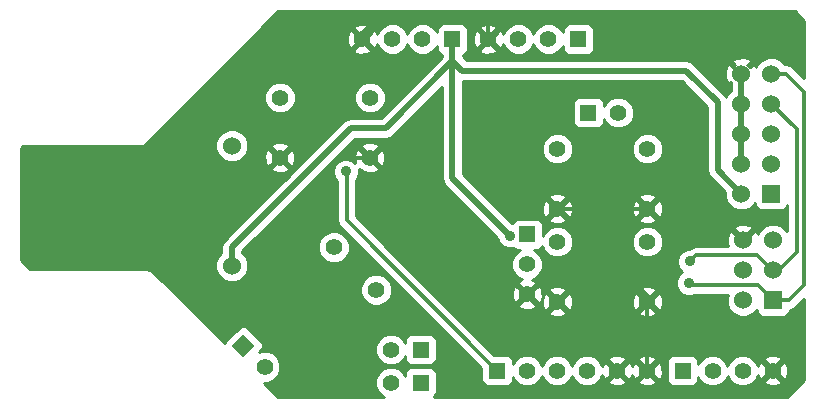
<source format=gbl>
G04 (created by PCBNEW-RS274X (2012-02-05 BZR 3258)-stable) date Пнд 26 Мар 2012 00:08:15*
G01*
G70*
G90*
%MOIN*%
G04 Gerber Fmt 3.4, Leading zero omitted, Abs format*
%FSLAX34Y34*%
G04 APERTURE LIST*
%ADD10C,0.006000*%
%ADD11C,0.055000*%
%ADD12R,0.055000X0.055000*%
%ADD13C,0.060000*%
%ADD14R,0.060000X0.060000*%
%ADD15C,0.056000*%
%ADD16C,0.035000*%
%ADD17C,0.011800*%
%ADD18C,0.019700*%
%ADD19C,0.010000*%
G04 APERTURE END LIST*
G54D10*
G54D11*
X79450Y-28000D03*
X79450Y-30000D03*
X76450Y-28000D03*
X76450Y-30000D03*
X79450Y-24900D03*
X79450Y-26900D03*
X76450Y-24900D03*
X76450Y-26900D03*
X67200Y-25200D03*
X67200Y-23200D03*
X70200Y-25200D03*
X70200Y-23200D03*
G54D12*
X74440Y-32300D03*
G54D11*
X75440Y-32300D03*
X76440Y-32300D03*
X77440Y-32300D03*
X78440Y-32300D03*
X79440Y-32300D03*
G54D12*
X72950Y-21250D03*
G54D11*
X71950Y-21250D03*
X70950Y-21250D03*
X69950Y-21250D03*
G54D12*
X80620Y-32300D03*
G54D11*
X81620Y-32300D03*
X82620Y-32300D03*
X83620Y-32300D03*
G54D12*
X71900Y-32700D03*
G54D11*
X70900Y-32700D03*
G54D12*
X77480Y-23700D03*
G54D11*
X78480Y-23700D03*
G54D12*
X71900Y-31600D03*
G54D11*
X70900Y-31600D03*
G54D13*
X65600Y-24800D03*
X65600Y-28800D03*
G54D14*
X83580Y-26400D03*
G54D13*
X82580Y-26400D03*
X83580Y-25400D03*
X82580Y-25400D03*
X83580Y-24400D03*
X82580Y-24400D03*
X83580Y-23400D03*
X82580Y-23400D03*
X83580Y-22400D03*
X82580Y-22400D03*
G54D14*
X83640Y-29960D03*
G54D13*
X82640Y-29960D03*
X83640Y-28960D03*
X82640Y-28960D03*
X83640Y-27960D03*
X82640Y-27960D03*
G54D15*
X70407Y-29607D03*
X68993Y-28193D03*
G54D12*
X75440Y-27760D03*
G54D11*
X75440Y-28760D03*
X75440Y-29760D03*
G54D12*
X77150Y-21250D03*
G54D11*
X76150Y-21250D03*
X75150Y-21250D03*
X74150Y-21250D03*
G54D10*
G36*
X65597Y-31466D02*
X65986Y-31077D01*
X66375Y-31466D01*
X65986Y-31855D01*
X65597Y-31466D01*
X65597Y-31466D01*
G37*
G54D11*
X66694Y-32174D03*
G54D16*
X80820Y-29380D03*
X80860Y-28660D03*
X74280Y-33080D03*
X69840Y-30500D03*
X67180Y-31160D03*
X69400Y-25660D03*
X74860Y-27800D03*
G54D17*
X80820Y-29380D02*
X80900Y-29460D01*
X84080Y-22400D02*
X84680Y-23000D01*
X84180Y-29960D02*
X83640Y-29960D01*
X83580Y-22400D02*
X84080Y-22400D01*
X83640Y-29960D02*
X83140Y-29460D01*
X84680Y-29460D02*
X84180Y-29960D01*
X80900Y-29460D02*
X83140Y-29460D01*
X84680Y-23000D02*
X84680Y-29460D01*
X83820Y-28960D02*
X84420Y-28360D01*
X84420Y-28360D02*
X84420Y-24240D01*
X80860Y-28660D02*
X81060Y-28460D01*
X83600Y-28960D02*
X83640Y-28960D01*
X83100Y-28460D02*
X83600Y-28960D01*
X84420Y-24240D02*
X83580Y-23400D01*
X83640Y-28960D02*
X83820Y-28960D01*
X81060Y-28460D02*
X83100Y-28460D01*
X73640Y-33080D02*
X74280Y-33080D01*
X73180Y-32620D02*
X73640Y-33080D01*
X79450Y-30000D02*
X79450Y-29790D01*
X72660Y-31040D02*
X73180Y-31560D01*
X73840Y-20500D02*
X74150Y-20810D01*
X70380Y-31040D02*
X72660Y-31040D01*
X78600Y-28940D02*
X78600Y-27750D01*
X78600Y-27750D02*
X79450Y-26900D01*
X79450Y-29790D02*
X78600Y-28940D01*
X73180Y-31560D02*
X73180Y-32620D01*
X76450Y-26900D02*
X79450Y-26900D01*
X69840Y-30500D02*
X70380Y-31040D01*
X69950Y-21250D02*
X69950Y-21050D01*
X70500Y-20500D02*
X73840Y-20500D01*
G54D18*
X67840Y-30500D02*
X69840Y-30500D01*
X67180Y-31160D02*
X67840Y-30500D01*
G54D17*
X79440Y-30010D02*
X79450Y-30000D01*
X69950Y-21050D02*
X70500Y-20500D01*
X68080Y-26360D02*
X68080Y-28740D01*
X70200Y-25200D02*
X69240Y-25200D01*
X74150Y-20810D02*
X74150Y-21250D01*
X68080Y-28740D02*
X69840Y-30500D01*
X69240Y-25200D02*
X68080Y-26360D01*
X79440Y-32300D02*
X79440Y-30010D01*
G54D18*
X82580Y-22400D02*
X82580Y-25400D01*
G54D17*
X69400Y-25660D02*
X69420Y-25680D01*
X69420Y-27280D02*
X74440Y-32300D01*
X69420Y-25680D02*
X69420Y-27280D01*
G54D18*
X80740Y-22300D02*
X81800Y-23360D01*
X73280Y-22300D02*
X80740Y-22300D01*
X81800Y-23360D02*
X81800Y-25620D01*
X81800Y-25620D02*
X82580Y-26400D01*
X74860Y-27800D02*
X72950Y-25890D01*
X72950Y-21250D02*
X72950Y-21970D01*
X72950Y-25890D02*
X72950Y-21250D01*
X69560Y-24220D02*
X70720Y-24220D01*
X72950Y-21990D02*
X72950Y-21250D01*
X65600Y-28800D02*
X65600Y-28180D01*
X65600Y-28180D02*
X69560Y-24220D01*
X70720Y-24220D02*
X72950Y-21990D01*
X72950Y-21970D02*
X73280Y-22300D01*
G54D10*
G36*
X84675Y-32615D02*
X84139Y-33151D01*
X84139Y-32374D01*
X84128Y-32170D01*
X84072Y-32033D01*
X83981Y-32010D01*
X83910Y-32081D01*
X83910Y-31939D01*
X83887Y-31848D01*
X83694Y-31781D01*
X83490Y-31792D01*
X83353Y-31848D01*
X83330Y-31939D01*
X83620Y-32229D01*
X83910Y-31939D01*
X83910Y-32081D01*
X83691Y-32300D01*
X83981Y-32590D01*
X84072Y-32567D01*
X84139Y-32374D01*
X84139Y-33151D01*
X84115Y-33175D01*
X83910Y-33175D01*
X83910Y-32661D01*
X83620Y-32371D01*
X83549Y-32442D01*
X83549Y-32300D01*
X83259Y-32010D01*
X83168Y-32033D01*
X83126Y-32151D01*
X83065Y-32003D01*
X82918Y-31855D01*
X82725Y-31775D01*
X82516Y-31775D01*
X82323Y-31855D01*
X82175Y-32002D01*
X82119Y-32135D01*
X82065Y-32003D01*
X81918Y-31855D01*
X81725Y-31775D01*
X81516Y-31775D01*
X81323Y-31855D01*
X81175Y-32002D01*
X81144Y-32076D01*
X81144Y-31976D01*
X81106Y-31884D01*
X81036Y-31814D01*
X80945Y-31776D01*
X80846Y-31776D01*
X80296Y-31776D01*
X80204Y-31814D01*
X80134Y-31884D01*
X80096Y-31975D01*
X80096Y-32074D01*
X80096Y-32624D01*
X80134Y-32716D01*
X80204Y-32786D01*
X80295Y-32824D01*
X80394Y-32824D01*
X80944Y-32824D01*
X81036Y-32786D01*
X81106Y-32716D01*
X81144Y-32625D01*
X81144Y-32526D01*
X81144Y-32522D01*
X81175Y-32597D01*
X81322Y-32745D01*
X81515Y-32825D01*
X81724Y-32825D01*
X81917Y-32745D01*
X82065Y-32598D01*
X82120Y-32464D01*
X82175Y-32597D01*
X82322Y-32745D01*
X82515Y-32825D01*
X82724Y-32825D01*
X82917Y-32745D01*
X83065Y-32598D01*
X83123Y-32457D01*
X83168Y-32567D01*
X83259Y-32590D01*
X83549Y-32300D01*
X83549Y-32442D01*
X83330Y-32661D01*
X83353Y-32752D01*
X83546Y-32819D01*
X83750Y-32808D01*
X83887Y-32752D01*
X83910Y-32661D01*
X83910Y-33175D01*
X79975Y-33175D01*
X79975Y-28105D01*
X79975Y-27896D01*
X79975Y-25005D01*
X79975Y-24796D01*
X79895Y-24603D01*
X79748Y-24455D01*
X79555Y-24375D01*
X79346Y-24375D01*
X79153Y-24455D01*
X79005Y-24602D01*
X79005Y-23805D01*
X79005Y-23596D01*
X78925Y-23403D01*
X78778Y-23255D01*
X78585Y-23175D01*
X78376Y-23175D01*
X78183Y-23255D01*
X78035Y-23402D01*
X78004Y-23476D01*
X78004Y-23376D01*
X77966Y-23284D01*
X77896Y-23214D01*
X77805Y-23176D01*
X77706Y-23176D01*
X77156Y-23176D01*
X77064Y-23214D01*
X76994Y-23284D01*
X76956Y-23375D01*
X76956Y-23474D01*
X76956Y-24024D01*
X76994Y-24116D01*
X77064Y-24186D01*
X77155Y-24224D01*
X77254Y-24224D01*
X77804Y-24224D01*
X77896Y-24186D01*
X77966Y-24116D01*
X78004Y-24025D01*
X78004Y-23926D01*
X78004Y-23922D01*
X78035Y-23997D01*
X78182Y-24145D01*
X78375Y-24225D01*
X78584Y-24225D01*
X78777Y-24145D01*
X78925Y-23998D01*
X79005Y-23805D01*
X79005Y-24602D01*
X78925Y-24795D01*
X78925Y-25004D01*
X79005Y-25197D01*
X79152Y-25345D01*
X79345Y-25425D01*
X79554Y-25425D01*
X79747Y-25345D01*
X79895Y-25198D01*
X79975Y-25005D01*
X79975Y-27896D01*
X79969Y-27881D01*
X79969Y-26974D01*
X79958Y-26770D01*
X79902Y-26633D01*
X79811Y-26610D01*
X79740Y-26681D01*
X79740Y-26539D01*
X79717Y-26448D01*
X79524Y-26381D01*
X79320Y-26392D01*
X79183Y-26448D01*
X79160Y-26539D01*
X79450Y-26829D01*
X79740Y-26539D01*
X79740Y-26681D01*
X79521Y-26900D01*
X79811Y-27190D01*
X79902Y-27167D01*
X79969Y-26974D01*
X79969Y-27881D01*
X79895Y-27703D01*
X79748Y-27555D01*
X79740Y-27551D01*
X79740Y-27261D01*
X79450Y-26971D01*
X79379Y-27042D01*
X79379Y-26900D01*
X79089Y-26610D01*
X78998Y-26633D01*
X78931Y-26826D01*
X78942Y-27030D01*
X78998Y-27167D01*
X79089Y-27190D01*
X79379Y-26900D01*
X79379Y-27042D01*
X79160Y-27261D01*
X79183Y-27352D01*
X79376Y-27419D01*
X79580Y-27408D01*
X79717Y-27352D01*
X79740Y-27261D01*
X79740Y-27551D01*
X79555Y-27475D01*
X79346Y-27475D01*
X79153Y-27555D01*
X79005Y-27702D01*
X78925Y-27895D01*
X78925Y-28104D01*
X79005Y-28297D01*
X79152Y-28445D01*
X79345Y-28525D01*
X79554Y-28525D01*
X79747Y-28445D01*
X79895Y-28298D01*
X79975Y-28105D01*
X79975Y-33175D01*
X79969Y-33175D01*
X79969Y-30074D01*
X79958Y-29870D01*
X79902Y-29733D01*
X79811Y-29710D01*
X79740Y-29781D01*
X79740Y-29639D01*
X79717Y-29548D01*
X79524Y-29481D01*
X79320Y-29492D01*
X79183Y-29548D01*
X79160Y-29639D01*
X79450Y-29929D01*
X79740Y-29639D01*
X79740Y-29781D01*
X79521Y-30000D01*
X79811Y-30290D01*
X79902Y-30267D01*
X79969Y-30074D01*
X79969Y-33175D01*
X79959Y-33175D01*
X79959Y-32374D01*
X79948Y-32170D01*
X79892Y-32033D01*
X79801Y-32010D01*
X79740Y-32071D01*
X79740Y-30361D01*
X79450Y-30071D01*
X79379Y-30142D01*
X79379Y-30000D01*
X79089Y-29710D01*
X78998Y-29733D01*
X78931Y-29926D01*
X78942Y-30130D01*
X78998Y-30267D01*
X79089Y-30290D01*
X79379Y-30000D01*
X79379Y-30142D01*
X79160Y-30361D01*
X79183Y-30452D01*
X79376Y-30519D01*
X79580Y-30508D01*
X79717Y-30452D01*
X79740Y-30361D01*
X79740Y-32071D01*
X79730Y-32081D01*
X79730Y-31939D01*
X79707Y-31848D01*
X79514Y-31781D01*
X79310Y-31792D01*
X79173Y-31848D01*
X79150Y-31939D01*
X79440Y-32229D01*
X79730Y-31939D01*
X79730Y-32081D01*
X79511Y-32300D01*
X79801Y-32590D01*
X79892Y-32567D01*
X79959Y-32374D01*
X79959Y-33175D01*
X79730Y-33175D01*
X79730Y-32661D01*
X79440Y-32371D01*
X79369Y-32442D01*
X79369Y-32300D01*
X79079Y-32010D01*
X78988Y-32033D01*
X78943Y-32159D01*
X78892Y-32033D01*
X78801Y-32010D01*
X78730Y-32081D01*
X78730Y-31939D01*
X78707Y-31848D01*
X78514Y-31781D01*
X78310Y-31792D01*
X78173Y-31848D01*
X78150Y-31939D01*
X78440Y-32229D01*
X78730Y-31939D01*
X78730Y-32081D01*
X78511Y-32300D01*
X78801Y-32590D01*
X78892Y-32567D01*
X78936Y-32440D01*
X78988Y-32567D01*
X79079Y-32590D01*
X79369Y-32300D01*
X79369Y-32442D01*
X79150Y-32661D01*
X79173Y-32752D01*
X79366Y-32819D01*
X79570Y-32808D01*
X79707Y-32752D01*
X79730Y-32661D01*
X79730Y-33175D01*
X78730Y-33175D01*
X78730Y-32661D01*
X78440Y-32371D01*
X78369Y-32442D01*
X78369Y-32300D01*
X78079Y-32010D01*
X77988Y-32033D01*
X77946Y-32151D01*
X77885Y-32003D01*
X77738Y-31855D01*
X77545Y-31775D01*
X77336Y-31775D01*
X77143Y-31855D01*
X76995Y-32002D01*
X76969Y-32063D01*
X76969Y-30074D01*
X76958Y-29870D01*
X76902Y-29733D01*
X76811Y-29710D01*
X76740Y-29781D01*
X76740Y-29639D01*
X76717Y-29548D01*
X76524Y-29481D01*
X76320Y-29492D01*
X76183Y-29548D01*
X76160Y-29639D01*
X76450Y-29929D01*
X76740Y-29639D01*
X76740Y-29781D01*
X76521Y-30000D01*
X76811Y-30290D01*
X76902Y-30267D01*
X76969Y-30074D01*
X76969Y-32063D01*
X76939Y-32135D01*
X76885Y-32003D01*
X76740Y-31857D01*
X76740Y-30361D01*
X76450Y-30071D01*
X76379Y-30142D01*
X76379Y-30000D01*
X76089Y-29710D01*
X75998Y-29733D01*
X75959Y-29845D01*
X75959Y-29834D01*
X75948Y-29630D01*
X75892Y-29493D01*
X75801Y-29470D01*
X75511Y-29760D01*
X75801Y-30050D01*
X75892Y-30027D01*
X75959Y-29834D01*
X75959Y-29845D01*
X75931Y-29926D01*
X75942Y-30130D01*
X75998Y-30267D01*
X76089Y-30290D01*
X76379Y-30000D01*
X76379Y-30142D01*
X76160Y-30361D01*
X76183Y-30452D01*
X76376Y-30519D01*
X76580Y-30508D01*
X76717Y-30452D01*
X76740Y-30361D01*
X76740Y-31857D01*
X76738Y-31855D01*
X76545Y-31775D01*
X76336Y-31775D01*
X76143Y-31855D01*
X75995Y-32002D01*
X75939Y-32135D01*
X75885Y-32003D01*
X75738Y-31855D01*
X75730Y-31851D01*
X75730Y-30121D01*
X75440Y-29831D01*
X75369Y-29902D01*
X75369Y-29760D01*
X75079Y-29470D01*
X74988Y-29493D01*
X74921Y-29686D01*
X74932Y-29890D01*
X74988Y-30027D01*
X75079Y-30050D01*
X75369Y-29760D01*
X75369Y-29902D01*
X75150Y-30121D01*
X75173Y-30212D01*
X75366Y-30279D01*
X75570Y-30268D01*
X75707Y-30212D01*
X75730Y-30121D01*
X75730Y-31851D01*
X75545Y-31775D01*
X75336Y-31775D01*
X75143Y-31855D01*
X74995Y-32002D01*
X74964Y-32076D01*
X74964Y-31976D01*
X74926Y-31884D01*
X74856Y-31814D01*
X74765Y-31776D01*
X74666Y-31776D01*
X74352Y-31776D01*
X70719Y-28142D01*
X70719Y-25274D01*
X70708Y-25070D01*
X70652Y-24933D01*
X70561Y-24910D01*
X70490Y-24981D01*
X70490Y-24839D01*
X70467Y-24748D01*
X70274Y-24681D01*
X70070Y-24692D01*
X69933Y-24748D01*
X69910Y-24839D01*
X70200Y-25129D01*
X70490Y-24839D01*
X70490Y-24981D01*
X70271Y-25200D01*
X70561Y-25490D01*
X70652Y-25467D01*
X70719Y-25274D01*
X70719Y-28142D01*
X70490Y-27913D01*
X69729Y-27152D01*
X69729Y-25932D01*
X69760Y-25901D01*
X69825Y-25745D01*
X69825Y-25580D01*
X69893Y-25648D01*
X69924Y-25616D01*
X69933Y-25652D01*
X70126Y-25719D01*
X70330Y-25708D01*
X70467Y-25652D01*
X70490Y-25561D01*
X70235Y-25306D01*
X70200Y-25271D01*
X70129Y-25200D01*
X70094Y-25165D01*
X69839Y-24910D01*
X69748Y-24933D01*
X69681Y-25126D01*
X69692Y-25330D01*
X69706Y-25365D01*
X69641Y-25300D01*
X69485Y-25235D01*
X69316Y-25235D01*
X69160Y-25299D01*
X69040Y-25419D01*
X68975Y-25575D01*
X68975Y-25744D01*
X69039Y-25900D01*
X69111Y-25972D01*
X69111Y-27280D01*
X69135Y-27398D01*
X69202Y-27498D01*
X73916Y-32212D01*
X73916Y-32624D01*
X73954Y-32716D01*
X74024Y-32786D01*
X74115Y-32824D01*
X74214Y-32824D01*
X74764Y-32824D01*
X74856Y-32786D01*
X74926Y-32716D01*
X74964Y-32625D01*
X74964Y-32526D01*
X74964Y-32522D01*
X74995Y-32597D01*
X75142Y-32745D01*
X75335Y-32825D01*
X75544Y-32825D01*
X75737Y-32745D01*
X75885Y-32598D01*
X75940Y-32464D01*
X75995Y-32597D01*
X76142Y-32745D01*
X76335Y-32825D01*
X76544Y-32825D01*
X76737Y-32745D01*
X76885Y-32598D01*
X76940Y-32464D01*
X76995Y-32597D01*
X77142Y-32745D01*
X77335Y-32825D01*
X77544Y-32825D01*
X77737Y-32745D01*
X77885Y-32598D01*
X77943Y-32457D01*
X77988Y-32567D01*
X78079Y-32590D01*
X78369Y-32300D01*
X78369Y-32442D01*
X78150Y-32661D01*
X78173Y-32752D01*
X78366Y-32819D01*
X78570Y-32808D01*
X78707Y-32752D01*
X78730Y-32661D01*
X78730Y-33175D01*
X72327Y-33175D01*
X72386Y-33116D01*
X72424Y-33025D01*
X72424Y-32926D01*
X72424Y-32376D01*
X72424Y-31925D01*
X72424Y-31826D01*
X72424Y-31276D01*
X72386Y-31184D01*
X72316Y-31114D01*
X72225Y-31076D01*
X72126Y-31076D01*
X71576Y-31076D01*
X71484Y-31114D01*
X71414Y-31184D01*
X71376Y-31275D01*
X71376Y-31374D01*
X71376Y-31377D01*
X71345Y-31303D01*
X71198Y-31155D01*
X71005Y-31075D01*
X70937Y-31075D01*
X70937Y-29713D01*
X70937Y-29502D01*
X70856Y-29307D01*
X70708Y-29158D01*
X70513Y-29077D01*
X70302Y-29077D01*
X70107Y-29158D01*
X69958Y-29306D01*
X69877Y-29501D01*
X69877Y-29712D01*
X69958Y-29907D01*
X70106Y-30056D01*
X70301Y-30137D01*
X70512Y-30137D01*
X70707Y-30056D01*
X70856Y-29908D01*
X70937Y-29713D01*
X70937Y-31075D01*
X70796Y-31075D01*
X70603Y-31155D01*
X70455Y-31302D01*
X70375Y-31495D01*
X70375Y-31704D01*
X70455Y-31897D01*
X70602Y-32045D01*
X70795Y-32125D01*
X71004Y-32125D01*
X71197Y-32045D01*
X71345Y-31898D01*
X71376Y-31823D01*
X71376Y-31924D01*
X71414Y-32016D01*
X71484Y-32086D01*
X71575Y-32124D01*
X71674Y-32124D01*
X72224Y-32124D01*
X72316Y-32086D01*
X72386Y-32016D01*
X72424Y-31925D01*
X72424Y-32376D01*
X72386Y-32284D01*
X72316Y-32214D01*
X72225Y-32176D01*
X72126Y-32176D01*
X71576Y-32176D01*
X71484Y-32214D01*
X71414Y-32284D01*
X71376Y-32375D01*
X71376Y-32474D01*
X71376Y-32477D01*
X71345Y-32403D01*
X71198Y-32255D01*
X71005Y-32175D01*
X70796Y-32175D01*
X70603Y-32255D01*
X70455Y-32402D01*
X70375Y-32595D01*
X70375Y-32804D01*
X70455Y-32997D01*
X70602Y-33145D01*
X70674Y-33175D01*
X69523Y-33175D01*
X69523Y-28299D01*
X69523Y-28088D01*
X69442Y-27893D01*
X69294Y-27744D01*
X69099Y-27663D01*
X68888Y-27663D01*
X68693Y-27744D01*
X68544Y-27892D01*
X68463Y-28087D01*
X68463Y-28298D01*
X68544Y-28493D01*
X68692Y-28642D01*
X68887Y-28723D01*
X69098Y-28723D01*
X69293Y-28642D01*
X69442Y-28494D01*
X69523Y-28299D01*
X69523Y-33175D01*
X67135Y-33175D01*
X66659Y-32699D01*
X66798Y-32699D01*
X66991Y-32619D01*
X67139Y-32472D01*
X67219Y-32279D01*
X67219Y-32070D01*
X67139Y-31877D01*
X66992Y-31729D01*
X66799Y-31649D01*
X66590Y-31649D01*
X66511Y-31681D01*
X66586Y-31607D01*
X66624Y-31515D01*
X66624Y-31417D01*
X66586Y-31325D01*
X66516Y-31255D01*
X66127Y-30866D01*
X66035Y-30828D01*
X65937Y-30828D01*
X65845Y-30866D01*
X65775Y-30936D01*
X65386Y-31325D01*
X65356Y-31396D01*
X62980Y-29020D01*
X62874Y-28950D01*
X62750Y-28925D01*
X58884Y-28925D01*
X58730Y-28770D01*
X58727Y-28768D01*
X58575Y-28615D01*
X58575Y-24884D01*
X58634Y-24825D01*
X62500Y-24825D01*
X62624Y-24800D01*
X62730Y-24730D01*
X67134Y-20325D01*
X84365Y-20325D01*
X84675Y-20635D01*
X84675Y-22558D01*
X84298Y-22182D01*
X84198Y-22115D01*
X84080Y-22091D01*
X84045Y-22091D01*
X84045Y-22089D01*
X83891Y-21935D01*
X83689Y-21851D01*
X83471Y-21851D01*
X83269Y-21935D01*
X83115Y-22089D01*
X83077Y-22180D01*
X83052Y-22119D01*
X82958Y-22092D01*
X82854Y-22196D01*
X82826Y-22154D01*
X82783Y-22125D01*
X82888Y-22022D01*
X82861Y-21928D01*
X82659Y-21857D01*
X82446Y-21868D01*
X82299Y-21928D01*
X82272Y-22022D01*
X82376Y-22125D01*
X82334Y-22154D01*
X82305Y-22196D01*
X82202Y-22092D01*
X82108Y-22119D01*
X82037Y-22321D01*
X82048Y-22534D01*
X82108Y-22681D01*
X82202Y-22708D01*
X82232Y-22677D01*
X82232Y-22972D01*
X82115Y-23089D01*
X82082Y-23167D01*
X82046Y-23114D01*
X80986Y-22054D01*
X80874Y-21978D01*
X80740Y-21952D01*
X77674Y-21952D01*
X77674Y-21575D01*
X77674Y-21476D01*
X77674Y-20926D01*
X77636Y-20834D01*
X77566Y-20764D01*
X77475Y-20726D01*
X77376Y-20726D01*
X76826Y-20726D01*
X76734Y-20764D01*
X76664Y-20834D01*
X76626Y-20925D01*
X76626Y-21024D01*
X76626Y-21027D01*
X76595Y-20953D01*
X76448Y-20805D01*
X76255Y-20725D01*
X76046Y-20725D01*
X75853Y-20805D01*
X75705Y-20952D01*
X75649Y-21085D01*
X75595Y-20953D01*
X75448Y-20805D01*
X75255Y-20725D01*
X75046Y-20725D01*
X74853Y-20805D01*
X74705Y-20952D01*
X74646Y-21092D01*
X74602Y-20983D01*
X74511Y-20960D01*
X74440Y-21031D01*
X74440Y-20889D01*
X74417Y-20798D01*
X74224Y-20731D01*
X74020Y-20742D01*
X73883Y-20798D01*
X73860Y-20889D01*
X74150Y-21179D01*
X74440Y-20889D01*
X74440Y-21031D01*
X74221Y-21250D01*
X74511Y-21540D01*
X74602Y-21517D01*
X74643Y-21398D01*
X74705Y-21547D01*
X74852Y-21695D01*
X75045Y-21775D01*
X75254Y-21775D01*
X75447Y-21695D01*
X75595Y-21548D01*
X75650Y-21414D01*
X75705Y-21547D01*
X75852Y-21695D01*
X76045Y-21775D01*
X76254Y-21775D01*
X76447Y-21695D01*
X76595Y-21548D01*
X76626Y-21473D01*
X76626Y-21574D01*
X76664Y-21666D01*
X76734Y-21736D01*
X76825Y-21774D01*
X76924Y-21774D01*
X77474Y-21774D01*
X77566Y-21736D01*
X77636Y-21666D01*
X77674Y-21575D01*
X77674Y-21952D01*
X74440Y-21952D01*
X74440Y-21611D01*
X74150Y-21321D01*
X74079Y-21392D01*
X74079Y-21250D01*
X73789Y-20960D01*
X73698Y-20983D01*
X73631Y-21176D01*
X73642Y-21380D01*
X73698Y-21517D01*
X73789Y-21540D01*
X74079Y-21250D01*
X74079Y-21392D01*
X73860Y-21611D01*
X73883Y-21702D01*
X74076Y-21769D01*
X74280Y-21758D01*
X74417Y-21702D01*
X74440Y-21611D01*
X74440Y-21952D01*
X73424Y-21952D01*
X73298Y-21825D01*
X73298Y-21764D01*
X73366Y-21736D01*
X73436Y-21666D01*
X73474Y-21575D01*
X73474Y-21476D01*
X73474Y-20926D01*
X73436Y-20834D01*
X73366Y-20764D01*
X73275Y-20726D01*
X73176Y-20726D01*
X72626Y-20726D01*
X72534Y-20764D01*
X72464Y-20834D01*
X72426Y-20925D01*
X72426Y-21024D01*
X72426Y-21027D01*
X72395Y-20953D01*
X72248Y-20805D01*
X72055Y-20725D01*
X71846Y-20725D01*
X71653Y-20805D01*
X71505Y-20952D01*
X71449Y-21085D01*
X71395Y-20953D01*
X71248Y-20805D01*
X71055Y-20725D01*
X70846Y-20725D01*
X70653Y-20805D01*
X70505Y-20952D01*
X70446Y-21092D01*
X70402Y-20983D01*
X70311Y-20960D01*
X70240Y-21031D01*
X70240Y-20889D01*
X70217Y-20798D01*
X70024Y-20731D01*
X69820Y-20742D01*
X69683Y-20798D01*
X69660Y-20889D01*
X69950Y-21179D01*
X70240Y-20889D01*
X70240Y-21031D01*
X70021Y-21250D01*
X70311Y-21540D01*
X70402Y-21517D01*
X70443Y-21398D01*
X70505Y-21547D01*
X70652Y-21695D01*
X70845Y-21775D01*
X71054Y-21775D01*
X71247Y-21695D01*
X71395Y-21548D01*
X71450Y-21414D01*
X71505Y-21547D01*
X71652Y-21695D01*
X71845Y-21775D01*
X72054Y-21775D01*
X72247Y-21695D01*
X72395Y-21548D01*
X72426Y-21473D01*
X72426Y-21574D01*
X72464Y-21666D01*
X72534Y-21736D01*
X72602Y-21764D01*
X72602Y-21845D01*
X70725Y-23722D01*
X70725Y-23305D01*
X70725Y-23096D01*
X70645Y-22903D01*
X70498Y-22755D01*
X70305Y-22675D01*
X70240Y-22675D01*
X70240Y-21611D01*
X69950Y-21321D01*
X69879Y-21392D01*
X69879Y-21250D01*
X69589Y-20960D01*
X69498Y-20983D01*
X69431Y-21176D01*
X69442Y-21380D01*
X69498Y-21517D01*
X69589Y-21540D01*
X69879Y-21250D01*
X69879Y-21392D01*
X69660Y-21611D01*
X69683Y-21702D01*
X69876Y-21769D01*
X70080Y-21758D01*
X70217Y-21702D01*
X70240Y-21611D01*
X70240Y-22675D01*
X70096Y-22675D01*
X69903Y-22755D01*
X69755Y-22902D01*
X69675Y-23095D01*
X69675Y-23304D01*
X69755Y-23497D01*
X69902Y-23645D01*
X70095Y-23725D01*
X70304Y-23725D01*
X70497Y-23645D01*
X70645Y-23498D01*
X70725Y-23305D01*
X70725Y-23722D01*
X70575Y-23872D01*
X69560Y-23872D01*
X69426Y-23898D01*
X69314Y-23974D01*
X67725Y-25563D01*
X67725Y-23305D01*
X67725Y-23096D01*
X67645Y-22903D01*
X67498Y-22755D01*
X67305Y-22675D01*
X67096Y-22675D01*
X66903Y-22755D01*
X66755Y-22902D01*
X66675Y-23095D01*
X66675Y-23304D01*
X66755Y-23497D01*
X66902Y-23645D01*
X67095Y-23725D01*
X67304Y-23725D01*
X67497Y-23645D01*
X67645Y-23498D01*
X67725Y-23305D01*
X67725Y-25563D01*
X67719Y-25569D01*
X67719Y-25274D01*
X67708Y-25070D01*
X67652Y-24933D01*
X67561Y-24910D01*
X67490Y-24981D01*
X67490Y-24839D01*
X67467Y-24748D01*
X67274Y-24681D01*
X67070Y-24692D01*
X66933Y-24748D01*
X66910Y-24839D01*
X67200Y-25129D01*
X67490Y-24839D01*
X67490Y-24981D01*
X67271Y-25200D01*
X67561Y-25490D01*
X67652Y-25467D01*
X67719Y-25274D01*
X67719Y-25569D01*
X67490Y-25798D01*
X67490Y-25561D01*
X67200Y-25271D01*
X67129Y-25342D01*
X67129Y-25200D01*
X66839Y-24910D01*
X66748Y-24933D01*
X66681Y-25126D01*
X66692Y-25330D01*
X66748Y-25467D01*
X66839Y-25490D01*
X67129Y-25200D01*
X67129Y-25342D01*
X66910Y-25561D01*
X66933Y-25652D01*
X67126Y-25719D01*
X67330Y-25708D01*
X67467Y-25652D01*
X67490Y-25561D01*
X67490Y-25798D01*
X66149Y-27139D01*
X66149Y-24909D01*
X66149Y-24691D01*
X66065Y-24489D01*
X65911Y-24335D01*
X65709Y-24251D01*
X65491Y-24251D01*
X65289Y-24335D01*
X65135Y-24489D01*
X65051Y-24691D01*
X65051Y-24909D01*
X65135Y-25111D01*
X65289Y-25265D01*
X65491Y-25349D01*
X65709Y-25349D01*
X65911Y-25265D01*
X66065Y-25111D01*
X66149Y-24909D01*
X66149Y-27139D01*
X65354Y-27934D01*
X65278Y-28046D01*
X65252Y-28180D01*
X65252Y-28372D01*
X65135Y-28489D01*
X65051Y-28691D01*
X65051Y-28909D01*
X65135Y-29111D01*
X65289Y-29265D01*
X65491Y-29349D01*
X65709Y-29349D01*
X65911Y-29265D01*
X66065Y-29111D01*
X66149Y-28909D01*
X66149Y-28691D01*
X66065Y-28489D01*
X65948Y-28372D01*
X65948Y-28324D01*
X69704Y-24568D01*
X70720Y-24568D01*
X70853Y-24542D01*
X70854Y-24542D01*
X70966Y-24466D01*
X72602Y-22830D01*
X72602Y-25890D01*
X72628Y-26024D01*
X72704Y-26136D01*
X74435Y-27867D01*
X74435Y-27884D01*
X74499Y-28040D01*
X74619Y-28160D01*
X74775Y-28225D01*
X74944Y-28225D01*
X74985Y-28207D01*
X75024Y-28246D01*
X75115Y-28284D01*
X75214Y-28284D01*
X75143Y-28315D01*
X74995Y-28462D01*
X74915Y-28655D01*
X74915Y-28864D01*
X74995Y-29057D01*
X75142Y-29205D01*
X75282Y-29263D01*
X75173Y-29308D01*
X75150Y-29399D01*
X75440Y-29689D01*
X75730Y-29399D01*
X75707Y-29308D01*
X75588Y-29266D01*
X75737Y-29205D01*
X75885Y-29058D01*
X75965Y-28865D01*
X75965Y-28656D01*
X75885Y-28463D01*
X75738Y-28315D01*
X75663Y-28284D01*
X75764Y-28284D01*
X75856Y-28246D01*
X75926Y-28176D01*
X75940Y-28141D01*
X76005Y-28297D01*
X76152Y-28445D01*
X76345Y-28525D01*
X76554Y-28525D01*
X76747Y-28445D01*
X76895Y-28298D01*
X76975Y-28105D01*
X76975Y-27896D01*
X76975Y-25005D01*
X76975Y-24796D01*
X76895Y-24603D01*
X76748Y-24455D01*
X76555Y-24375D01*
X76346Y-24375D01*
X76153Y-24455D01*
X76005Y-24602D01*
X75925Y-24795D01*
X75925Y-25004D01*
X76005Y-25197D01*
X76152Y-25345D01*
X76345Y-25425D01*
X76554Y-25425D01*
X76747Y-25345D01*
X76895Y-25198D01*
X76975Y-25005D01*
X76975Y-27896D01*
X76969Y-27881D01*
X76969Y-26974D01*
X76958Y-26770D01*
X76902Y-26633D01*
X76811Y-26610D01*
X76740Y-26681D01*
X76740Y-26539D01*
X76717Y-26448D01*
X76524Y-26381D01*
X76320Y-26392D01*
X76183Y-26448D01*
X76160Y-26539D01*
X76450Y-26829D01*
X76740Y-26539D01*
X76740Y-26681D01*
X76521Y-26900D01*
X76811Y-27190D01*
X76902Y-27167D01*
X76969Y-26974D01*
X76969Y-27881D01*
X76895Y-27703D01*
X76748Y-27555D01*
X76740Y-27551D01*
X76740Y-27261D01*
X76450Y-26971D01*
X76379Y-27042D01*
X76379Y-26900D01*
X76089Y-26610D01*
X75998Y-26633D01*
X75931Y-26826D01*
X75942Y-27030D01*
X75998Y-27167D01*
X76089Y-27190D01*
X76379Y-26900D01*
X76379Y-27042D01*
X76160Y-27261D01*
X76183Y-27352D01*
X76376Y-27419D01*
X76580Y-27408D01*
X76717Y-27352D01*
X76740Y-27261D01*
X76740Y-27551D01*
X76555Y-27475D01*
X76346Y-27475D01*
X76153Y-27555D01*
X76005Y-27702D01*
X75964Y-27800D01*
X75964Y-27436D01*
X75926Y-27344D01*
X75856Y-27274D01*
X75765Y-27236D01*
X75666Y-27236D01*
X75116Y-27236D01*
X75024Y-27274D01*
X74954Y-27344D01*
X74941Y-27375D01*
X74927Y-27375D01*
X73298Y-25746D01*
X73298Y-22648D01*
X80596Y-22648D01*
X81452Y-23504D01*
X81452Y-25620D01*
X81478Y-25754D01*
X81554Y-25866D01*
X82031Y-26343D01*
X82031Y-26509D01*
X82115Y-26711D01*
X82269Y-26865D01*
X82471Y-26949D01*
X82689Y-26949D01*
X82891Y-26865D01*
X83031Y-26725D01*
X83031Y-26749D01*
X83069Y-26841D01*
X83139Y-26911D01*
X83230Y-26949D01*
X83329Y-26949D01*
X83929Y-26949D01*
X84021Y-26911D01*
X84091Y-26841D01*
X84111Y-26793D01*
X84111Y-27663D01*
X84105Y-27649D01*
X83951Y-27495D01*
X83749Y-27411D01*
X83531Y-27411D01*
X83329Y-27495D01*
X83175Y-27649D01*
X83137Y-27740D01*
X83112Y-27679D01*
X83018Y-27652D01*
X82948Y-27722D01*
X82948Y-27582D01*
X82921Y-27488D01*
X82719Y-27417D01*
X82506Y-27428D01*
X82359Y-27488D01*
X82332Y-27582D01*
X82640Y-27889D01*
X82948Y-27582D01*
X82948Y-27722D01*
X82711Y-27960D01*
X82640Y-28031D01*
X82569Y-27960D01*
X82534Y-27925D01*
X82262Y-27652D01*
X82168Y-27679D01*
X82097Y-27881D01*
X82108Y-28094D01*
X82131Y-28151D01*
X81060Y-28151D01*
X80942Y-28175D01*
X80908Y-28197D01*
X80851Y-28235D01*
X80776Y-28235D01*
X80620Y-28299D01*
X80500Y-28419D01*
X80435Y-28575D01*
X80435Y-28744D01*
X80499Y-28900D01*
X80606Y-29007D01*
X80580Y-29019D01*
X80460Y-29139D01*
X80395Y-29295D01*
X80395Y-29464D01*
X80459Y-29620D01*
X80579Y-29740D01*
X80735Y-29805D01*
X80904Y-29805D01*
X80991Y-29769D01*
X82125Y-29769D01*
X82091Y-29851D01*
X82091Y-30069D01*
X82175Y-30271D01*
X82329Y-30425D01*
X82531Y-30509D01*
X82749Y-30509D01*
X82951Y-30425D01*
X83091Y-30285D01*
X83091Y-30309D01*
X83129Y-30401D01*
X83199Y-30471D01*
X83290Y-30509D01*
X83389Y-30509D01*
X83989Y-30509D01*
X84081Y-30471D01*
X84151Y-30401D01*
X84189Y-30310D01*
X84189Y-30267D01*
X84189Y-30266D01*
X84298Y-30245D01*
X84398Y-30178D01*
X84675Y-29901D01*
X84675Y-32615D01*
X84675Y-32615D01*
G37*
G54D19*
X84675Y-32615D02*
X84139Y-33151D01*
X84139Y-32374D01*
X84128Y-32170D01*
X84072Y-32033D01*
X83981Y-32010D01*
X83910Y-32081D01*
X83910Y-31939D01*
X83887Y-31848D01*
X83694Y-31781D01*
X83490Y-31792D01*
X83353Y-31848D01*
X83330Y-31939D01*
X83620Y-32229D01*
X83910Y-31939D01*
X83910Y-32081D01*
X83691Y-32300D01*
X83981Y-32590D01*
X84072Y-32567D01*
X84139Y-32374D01*
X84139Y-33151D01*
X84115Y-33175D01*
X83910Y-33175D01*
X83910Y-32661D01*
X83620Y-32371D01*
X83549Y-32442D01*
X83549Y-32300D01*
X83259Y-32010D01*
X83168Y-32033D01*
X83126Y-32151D01*
X83065Y-32003D01*
X82918Y-31855D01*
X82725Y-31775D01*
X82516Y-31775D01*
X82323Y-31855D01*
X82175Y-32002D01*
X82119Y-32135D01*
X82065Y-32003D01*
X81918Y-31855D01*
X81725Y-31775D01*
X81516Y-31775D01*
X81323Y-31855D01*
X81175Y-32002D01*
X81144Y-32076D01*
X81144Y-31976D01*
X81106Y-31884D01*
X81036Y-31814D01*
X80945Y-31776D01*
X80846Y-31776D01*
X80296Y-31776D01*
X80204Y-31814D01*
X80134Y-31884D01*
X80096Y-31975D01*
X80096Y-32074D01*
X80096Y-32624D01*
X80134Y-32716D01*
X80204Y-32786D01*
X80295Y-32824D01*
X80394Y-32824D01*
X80944Y-32824D01*
X81036Y-32786D01*
X81106Y-32716D01*
X81144Y-32625D01*
X81144Y-32526D01*
X81144Y-32522D01*
X81175Y-32597D01*
X81322Y-32745D01*
X81515Y-32825D01*
X81724Y-32825D01*
X81917Y-32745D01*
X82065Y-32598D01*
X82120Y-32464D01*
X82175Y-32597D01*
X82322Y-32745D01*
X82515Y-32825D01*
X82724Y-32825D01*
X82917Y-32745D01*
X83065Y-32598D01*
X83123Y-32457D01*
X83168Y-32567D01*
X83259Y-32590D01*
X83549Y-32300D01*
X83549Y-32442D01*
X83330Y-32661D01*
X83353Y-32752D01*
X83546Y-32819D01*
X83750Y-32808D01*
X83887Y-32752D01*
X83910Y-32661D01*
X83910Y-33175D01*
X79975Y-33175D01*
X79975Y-28105D01*
X79975Y-27896D01*
X79975Y-25005D01*
X79975Y-24796D01*
X79895Y-24603D01*
X79748Y-24455D01*
X79555Y-24375D01*
X79346Y-24375D01*
X79153Y-24455D01*
X79005Y-24602D01*
X79005Y-23805D01*
X79005Y-23596D01*
X78925Y-23403D01*
X78778Y-23255D01*
X78585Y-23175D01*
X78376Y-23175D01*
X78183Y-23255D01*
X78035Y-23402D01*
X78004Y-23476D01*
X78004Y-23376D01*
X77966Y-23284D01*
X77896Y-23214D01*
X77805Y-23176D01*
X77706Y-23176D01*
X77156Y-23176D01*
X77064Y-23214D01*
X76994Y-23284D01*
X76956Y-23375D01*
X76956Y-23474D01*
X76956Y-24024D01*
X76994Y-24116D01*
X77064Y-24186D01*
X77155Y-24224D01*
X77254Y-24224D01*
X77804Y-24224D01*
X77896Y-24186D01*
X77966Y-24116D01*
X78004Y-24025D01*
X78004Y-23926D01*
X78004Y-23922D01*
X78035Y-23997D01*
X78182Y-24145D01*
X78375Y-24225D01*
X78584Y-24225D01*
X78777Y-24145D01*
X78925Y-23998D01*
X79005Y-23805D01*
X79005Y-24602D01*
X78925Y-24795D01*
X78925Y-25004D01*
X79005Y-25197D01*
X79152Y-25345D01*
X79345Y-25425D01*
X79554Y-25425D01*
X79747Y-25345D01*
X79895Y-25198D01*
X79975Y-25005D01*
X79975Y-27896D01*
X79969Y-27881D01*
X79969Y-26974D01*
X79958Y-26770D01*
X79902Y-26633D01*
X79811Y-26610D01*
X79740Y-26681D01*
X79740Y-26539D01*
X79717Y-26448D01*
X79524Y-26381D01*
X79320Y-26392D01*
X79183Y-26448D01*
X79160Y-26539D01*
X79450Y-26829D01*
X79740Y-26539D01*
X79740Y-26681D01*
X79521Y-26900D01*
X79811Y-27190D01*
X79902Y-27167D01*
X79969Y-26974D01*
X79969Y-27881D01*
X79895Y-27703D01*
X79748Y-27555D01*
X79740Y-27551D01*
X79740Y-27261D01*
X79450Y-26971D01*
X79379Y-27042D01*
X79379Y-26900D01*
X79089Y-26610D01*
X78998Y-26633D01*
X78931Y-26826D01*
X78942Y-27030D01*
X78998Y-27167D01*
X79089Y-27190D01*
X79379Y-26900D01*
X79379Y-27042D01*
X79160Y-27261D01*
X79183Y-27352D01*
X79376Y-27419D01*
X79580Y-27408D01*
X79717Y-27352D01*
X79740Y-27261D01*
X79740Y-27551D01*
X79555Y-27475D01*
X79346Y-27475D01*
X79153Y-27555D01*
X79005Y-27702D01*
X78925Y-27895D01*
X78925Y-28104D01*
X79005Y-28297D01*
X79152Y-28445D01*
X79345Y-28525D01*
X79554Y-28525D01*
X79747Y-28445D01*
X79895Y-28298D01*
X79975Y-28105D01*
X79975Y-33175D01*
X79969Y-33175D01*
X79969Y-30074D01*
X79958Y-29870D01*
X79902Y-29733D01*
X79811Y-29710D01*
X79740Y-29781D01*
X79740Y-29639D01*
X79717Y-29548D01*
X79524Y-29481D01*
X79320Y-29492D01*
X79183Y-29548D01*
X79160Y-29639D01*
X79450Y-29929D01*
X79740Y-29639D01*
X79740Y-29781D01*
X79521Y-30000D01*
X79811Y-30290D01*
X79902Y-30267D01*
X79969Y-30074D01*
X79969Y-33175D01*
X79959Y-33175D01*
X79959Y-32374D01*
X79948Y-32170D01*
X79892Y-32033D01*
X79801Y-32010D01*
X79740Y-32071D01*
X79740Y-30361D01*
X79450Y-30071D01*
X79379Y-30142D01*
X79379Y-30000D01*
X79089Y-29710D01*
X78998Y-29733D01*
X78931Y-29926D01*
X78942Y-30130D01*
X78998Y-30267D01*
X79089Y-30290D01*
X79379Y-30000D01*
X79379Y-30142D01*
X79160Y-30361D01*
X79183Y-30452D01*
X79376Y-30519D01*
X79580Y-30508D01*
X79717Y-30452D01*
X79740Y-30361D01*
X79740Y-32071D01*
X79730Y-32081D01*
X79730Y-31939D01*
X79707Y-31848D01*
X79514Y-31781D01*
X79310Y-31792D01*
X79173Y-31848D01*
X79150Y-31939D01*
X79440Y-32229D01*
X79730Y-31939D01*
X79730Y-32081D01*
X79511Y-32300D01*
X79801Y-32590D01*
X79892Y-32567D01*
X79959Y-32374D01*
X79959Y-33175D01*
X79730Y-33175D01*
X79730Y-32661D01*
X79440Y-32371D01*
X79369Y-32442D01*
X79369Y-32300D01*
X79079Y-32010D01*
X78988Y-32033D01*
X78943Y-32159D01*
X78892Y-32033D01*
X78801Y-32010D01*
X78730Y-32081D01*
X78730Y-31939D01*
X78707Y-31848D01*
X78514Y-31781D01*
X78310Y-31792D01*
X78173Y-31848D01*
X78150Y-31939D01*
X78440Y-32229D01*
X78730Y-31939D01*
X78730Y-32081D01*
X78511Y-32300D01*
X78801Y-32590D01*
X78892Y-32567D01*
X78936Y-32440D01*
X78988Y-32567D01*
X79079Y-32590D01*
X79369Y-32300D01*
X79369Y-32442D01*
X79150Y-32661D01*
X79173Y-32752D01*
X79366Y-32819D01*
X79570Y-32808D01*
X79707Y-32752D01*
X79730Y-32661D01*
X79730Y-33175D01*
X78730Y-33175D01*
X78730Y-32661D01*
X78440Y-32371D01*
X78369Y-32442D01*
X78369Y-32300D01*
X78079Y-32010D01*
X77988Y-32033D01*
X77946Y-32151D01*
X77885Y-32003D01*
X77738Y-31855D01*
X77545Y-31775D01*
X77336Y-31775D01*
X77143Y-31855D01*
X76995Y-32002D01*
X76969Y-32063D01*
X76969Y-30074D01*
X76958Y-29870D01*
X76902Y-29733D01*
X76811Y-29710D01*
X76740Y-29781D01*
X76740Y-29639D01*
X76717Y-29548D01*
X76524Y-29481D01*
X76320Y-29492D01*
X76183Y-29548D01*
X76160Y-29639D01*
X76450Y-29929D01*
X76740Y-29639D01*
X76740Y-29781D01*
X76521Y-30000D01*
X76811Y-30290D01*
X76902Y-30267D01*
X76969Y-30074D01*
X76969Y-32063D01*
X76939Y-32135D01*
X76885Y-32003D01*
X76740Y-31857D01*
X76740Y-30361D01*
X76450Y-30071D01*
X76379Y-30142D01*
X76379Y-30000D01*
X76089Y-29710D01*
X75998Y-29733D01*
X75959Y-29845D01*
X75959Y-29834D01*
X75948Y-29630D01*
X75892Y-29493D01*
X75801Y-29470D01*
X75511Y-29760D01*
X75801Y-30050D01*
X75892Y-30027D01*
X75959Y-29834D01*
X75959Y-29845D01*
X75931Y-29926D01*
X75942Y-30130D01*
X75998Y-30267D01*
X76089Y-30290D01*
X76379Y-30000D01*
X76379Y-30142D01*
X76160Y-30361D01*
X76183Y-30452D01*
X76376Y-30519D01*
X76580Y-30508D01*
X76717Y-30452D01*
X76740Y-30361D01*
X76740Y-31857D01*
X76738Y-31855D01*
X76545Y-31775D01*
X76336Y-31775D01*
X76143Y-31855D01*
X75995Y-32002D01*
X75939Y-32135D01*
X75885Y-32003D01*
X75738Y-31855D01*
X75730Y-31851D01*
X75730Y-30121D01*
X75440Y-29831D01*
X75369Y-29902D01*
X75369Y-29760D01*
X75079Y-29470D01*
X74988Y-29493D01*
X74921Y-29686D01*
X74932Y-29890D01*
X74988Y-30027D01*
X75079Y-30050D01*
X75369Y-29760D01*
X75369Y-29902D01*
X75150Y-30121D01*
X75173Y-30212D01*
X75366Y-30279D01*
X75570Y-30268D01*
X75707Y-30212D01*
X75730Y-30121D01*
X75730Y-31851D01*
X75545Y-31775D01*
X75336Y-31775D01*
X75143Y-31855D01*
X74995Y-32002D01*
X74964Y-32076D01*
X74964Y-31976D01*
X74926Y-31884D01*
X74856Y-31814D01*
X74765Y-31776D01*
X74666Y-31776D01*
X74352Y-31776D01*
X70719Y-28142D01*
X70719Y-25274D01*
X70708Y-25070D01*
X70652Y-24933D01*
X70561Y-24910D01*
X70490Y-24981D01*
X70490Y-24839D01*
X70467Y-24748D01*
X70274Y-24681D01*
X70070Y-24692D01*
X69933Y-24748D01*
X69910Y-24839D01*
X70200Y-25129D01*
X70490Y-24839D01*
X70490Y-24981D01*
X70271Y-25200D01*
X70561Y-25490D01*
X70652Y-25467D01*
X70719Y-25274D01*
X70719Y-28142D01*
X70490Y-27913D01*
X69729Y-27152D01*
X69729Y-25932D01*
X69760Y-25901D01*
X69825Y-25745D01*
X69825Y-25580D01*
X69893Y-25648D01*
X69924Y-25616D01*
X69933Y-25652D01*
X70126Y-25719D01*
X70330Y-25708D01*
X70467Y-25652D01*
X70490Y-25561D01*
X70235Y-25306D01*
X70200Y-25271D01*
X70129Y-25200D01*
X70094Y-25165D01*
X69839Y-24910D01*
X69748Y-24933D01*
X69681Y-25126D01*
X69692Y-25330D01*
X69706Y-25365D01*
X69641Y-25300D01*
X69485Y-25235D01*
X69316Y-25235D01*
X69160Y-25299D01*
X69040Y-25419D01*
X68975Y-25575D01*
X68975Y-25744D01*
X69039Y-25900D01*
X69111Y-25972D01*
X69111Y-27280D01*
X69135Y-27398D01*
X69202Y-27498D01*
X73916Y-32212D01*
X73916Y-32624D01*
X73954Y-32716D01*
X74024Y-32786D01*
X74115Y-32824D01*
X74214Y-32824D01*
X74764Y-32824D01*
X74856Y-32786D01*
X74926Y-32716D01*
X74964Y-32625D01*
X74964Y-32526D01*
X74964Y-32522D01*
X74995Y-32597D01*
X75142Y-32745D01*
X75335Y-32825D01*
X75544Y-32825D01*
X75737Y-32745D01*
X75885Y-32598D01*
X75940Y-32464D01*
X75995Y-32597D01*
X76142Y-32745D01*
X76335Y-32825D01*
X76544Y-32825D01*
X76737Y-32745D01*
X76885Y-32598D01*
X76940Y-32464D01*
X76995Y-32597D01*
X77142Y-32745D01*
X77335Y-32825D01*
X77544Y-32825D01*
X77737Y-32745D01*
X77885Y-32598D01*
X77943Y-32457D01*
X77988Y-32567D01*
X78079Y-32590D01*
X78369Y-32300D01*
X78369Y-32442D01*
X78150Y-32661D01*
X78173Y-32752D01*
X78366Y-32819D01*
X78570Y-32808D01*
X78707Y-32752D01*
X78730Y-32661D01*
X78730Y-33175D01*
X72327Y-33175D01*
X72386Y-33116D01*
X72424Y-33025D01*
X72424Y-32926D01*
X72424Y-32376D01*
X72424Y-31925D01*
X72424Y-31826D01*
X72424Y-31276D01*
X72386Y-31184D01*
X72316Y-31114D01*
X72225Y-31076D01*
X72126Y-31076D01*
X71576Y-31076D01*
X71484Y-31114D01*
X71414Y-31184D01*
X71376Y-31275D01*
X71376Y-31374D01*
X71376Y-31377D01*
X71345Y-31303D01*
X71198Y-31155D01*
X71005Y-31075D01*
X70937Y-31075D01*
X70937Y-29713D01*
X70937Y-29502D01*
X70856Y-29307D01*
X70708Y-29158D01*
X70513Y-29077D01*
X70302Y-29077D01*
X70107Y-29158D01*
X69958Y-29306D01*
X69877Y-29501D01*
X69877Y-29712D01*
X69958Y-29907D01*
X70106Y-30056D01*
X70301Y-30137D01*
X70512Y-30137D01*
X70707Y-30056D01*
X70856Y-29908D01*
X70937Y-29713D01*
X70937Y-31075D01*
X70796Y-31075D01*
X70603Y-31155D01*
X70455Y-31302D01*
X70375Y-31495D01*
X70375Y-31704D01*
X70455Y-31897D01*
X70602Y-32045D01*
X70795Y-32125D01*
X71004Y-32125D01*
X71197Y-32045D01*
X71345Y-31898D01*
X71376Y-31823D01*
X71376Y-31924D01*
X71414Y-32016D01*
X71484Y-32086D01*
X71575Y-32124D01*
X71674Y-32124D01*
X72224Y-32124D01*
X72316Y-32086D01*
X72386Y-32016D01*
X72424Y-31925D01*
X72424Y-32376D01*
X72386Y-32284D01*
X72316Y-32214D01*
X72225Y-32176D01*
X72126Y-32176D01*
X71576Y-32176D01*
X71484Y-32214D01*
X71414Y-32284D01*
X71376Y-32375D01*
X71376Y-32474D01*
X71376Y-32477D01*
X71345Y-32403D01*
X71198Y-32255D01*
X71005Y-32175D01*
X70796Y-32175D01*
X70603Y-32255D01*
X70455Y-32402D01*
X70375Y-32595D01*
X70375Y-32804D01*
X70455Y-32997D01*
X70602Y-33145D01*
X70674Y-33175D01*
X69523Y-33175D01*
X69523Y-28299D01*
X69523Y-28088D01*
X69442Y-27893D01*
X69294Y-27744D01*
X69099Y-27663D01*
X68888Y-27663D01*
X68693Y-27744D01*
X68544Y-27892D01*
X68463Y-28087D01*
X68463Y-28298D01*
X68544Y-28493D01*
X68692Y-28642D01*
X68887Y-28723D01*
X69098Y-28723D01*
X69293Y-28642D01*
X69442Y-28494D01*
X69523Y-28299D01*
X69523Y-33175D01*
X67135Y-33175D01*
X66659Y-32699D01*
X66798Y-32699D01*
X66991Y-32619D01*
X67139Y-32472D01*
X67219Y-32279D01*
X67219Y-32070D01*
X67139Y-31877D01*
X66992Y-31729D01*
X66799Y-31649D01*
X66590Y-31649D01*
X66511Y-31681D01*
X66586Y-31607D01*
X66624Y-31515D01*
X66624Y-31417D01*
X66586Y-31325D01*
X66516Y-31255D01*
X66127Y-30866D01*
X66035Y-30828D01*
X65937Y-30828D01*
X65845Y-30866D01*
X65775Y-30936D01*
X65386Y-31325D01*
X65356Y-31396D01*
X62980Y-29020D01*
X62874Y-28950D01*
X62750Y-28925D01*
X58884Y-28925D01*
X58730Y-28770D01*
X58727Y-28768D01*
X58575Y-28615D01*
X58575Y-24884D01*
X58634Y-24825D01*
X62500Y-24825D01*
X62624Y-24800D01*
X62730Y-24730D01*
X67134Y-20325D01*
X84365Y-20325D01*
X84675Y-20635D01*
X84675Y-22558D01*
X84298Y-22182D01*
X84198Y-22115D01*
X84080Y-22091D01*
X84045Y-22091D01*
X84045Y-22089D01*
X83891Y-21935D01*
X83689Y-21851D01*
X83471Y-21851D01*
X83269Y-21935D01*
X83115Y-22089D01*
X83077Y-22180D01*
X83052Y-22119D01*
X82958Y-22092D01*
X82854Y-22196D01*
X82826Y-22154D01*
X82783Y-22125D01*
X82888Y-22022D01*
X82861Y-21928D01*
X82659Y-21857D01*
X82446Y-21868D01*
X82299Y-21928D01*
X82272Y-22022D01*
X82376Y-22125D01*
X82334Y-22154D01*
X82305Y-22196D01*
X82202Y-22092D01*
X82108Y-22119D01*
X82037Y-22321D01*
X82048Y-22534D01*
X82108Y-22681D01*
X82202Y-22708D01*
X82232Y-22677D01*
X82232Y-22972D01*
X82115Y-23089D01*
X82082Y-23167D01*
X82046Y-23114D01*
X80986Y-22054D01*
X80874Y-21978D01*
X80740Y-21952D01*
X77674Y-21952D01*
X77674Y-21575D01*
X77674Y-21476D01*
X77674Y-20926D01*
X77636Y-20834D01*
X77566Y-20764D01*
X77475Y-20726D01*
X77376Y-20726D01*
X76826Y-20726D01*
X76734Y-20764D01*
X76664Y-20834D01*
X76626Y-20925D01*
X76626Y-21024D01*
X76626Y-21027D01*
X76595Y-20953D01*
X76448Y-20805D01*
X76255Y-20725D01*
X76046Y-20725D01*
X75853Y-20805D01*
X75705Y-20952D01*
X75649Y-21085D01*
X75595Y-20953D01*
X75448Y-20805D01*
X75255Y-20725D01*
X75046Y-20725D01*
X74853Y-20805D01*
X74705Y-20952D01*
X74646Y-21092D01*
X74602Y-20983D01*
X74511Y-20960D01*
X74440Y-21031D01*
X74440Y-20889D01*
X74417Y-20798D01*
X74224Y-20731D01*
X74020Y-20742D01*
X73883Y-20798D01*
X73860Y-20889D01*
X74150Y-21179D01*
X74440Y-20889D01*
X74440Y-21031D01*
X74221Y-21250D01*
X74511Y-21540D01*
X74602Y-21517D01*
X74643Y-21398D01*
X74705Y-21547D01*
X74852Y-21695D01*
X75045Y-21775D01*
X75254Y-21775D01*
X75447Y-21695D01*
X75595Y-21548D01*
X75650Y-21414D01*
X75705Y-21547D01*
X75852Y-21695D01*
X76045Y-21775D01*
X76254Y-21775D01*
X76447Y-21695D01*
X76595Y-21548D01*
X76626Y-21473D01*
X76626Y-21574D01*
X76664Y-21666D01*
X76734Y-21736D01*
X76825Y-21774D01*
X76924Y-21774D01*
X77474Y-21774D01*
X77566Y-21736D01*
X77636Y-21666D01*
X77674Y-21575D01*
X77674Y-21952D01*
X74440Y-21952D01*
X74440Y-21611D01*
X74150Y-21321D01*
X74079Y-21392D01*
X74079Y-21250D01*
X73789Y-20960D01*
X73698Y-20983D01*
X73631Y-21176D01*
X73642Y-21380D01*
X73698Y-21517D01*
X73789Y-21540D01*
X74079Y-21250D01*
X74079Y-21392D01*
X73860Y-21611D01*
X73883Y-21702D01*
X74076Y-21769D01*
X74280Y-21758D01*
X74417Y-21702D01*
X74440Y-21611D01*
X74440Y-21952D01*
X73424Y-21952D01*
X73298Y-21825D01*
X73298Y-21764D01*
X73366Y-21736D01*
X73436Y-21666D01*
X73474Y-21575D01*
X73474Y-21476D01*
X73474Y-20926D01*
X73436Y-20834D01*
X73366Y-20764D01*
X73275Y-20726D01*
X73176Y-20726D01*
X72626Y-20726D01*
X72534Y-20764D01*
X72464Y-20834D01*
X72426Y-20925D01*
X72426Y-21024D01*
X72426Y-21027D01*
X72395Y-20953D01*
X72248Y-20805D01*
X72055Y-20725D01*
X71846Y-20725D01*
X71653Y-20805D01*
X71505Y-20952D01*
X71449Y-21085D01*
X71395Y-20953D01*
X71248Y-20805D01*
X71055Y-20725D01*
X70846Y-20725D01*
X70653Y-20805D01*
X70505Y-20952D01*
X70446Y-21092D01*
X70402Y-20983D01*
X70311Y-20960D01*
X70240Y-21031D01*
X70240Y-20889D01*
X70217Y-20798D01*
X70024Y-20731D01*
X69820Y-20742D01*
X69683Y-20798D01*
X69660Y-20889D01*
X69950Y-21179D01*
X70240Y-20889D01*
X70240Y-21031D01*
X70021Y-21250D01*
X70311Y-21540D01*
X70402Y-21517D01*
X70443Y-21398D01*
X70505Y-21547D01*
X70652Y-21695D01*
X70845Y-21775D01*
X71054Y-21775D01*
X71247Y-21695D01*
X71395Y-21548D01*
X71450Y-21414D01*
X71505Y-21547D01*
X71652Y-21695D01*
X71845Y-21775D01*
X72054Y-21775D01*
X72247Y-21695D01*
X72395Y-21548D01*
X72426Y-21473D01*
X72426Y-21574D01*
X72464Y-21666D01*
X72534Y-21736D01*
X72602Y-21764D01*
X72602Y-21845D01*
X70725Y-23722D01*
X70725Y-23305D01*
X70725Y-23096D01*
X70645Y-22903D01*
X70498Y-22755D01*
X70305Y-22675D01*
X70240Y-22675D01*
X70240Y-21611D01*
X69950Y-21321D01*
X69879Y-21392D01*
X69879Y-21250D01*
X69589Y-20960D01*
X69498Y-20983D01*
X69431Y-21176D01*
X69442Y-21380D01*
X69498Y-21517D01*
X69589Y-21540D01*
X69879Y-21250D01*
X69879Y-21392D01*
X69660Y-21611D01*
X69683Y-21702D01*
X69876Y-21769D01*
X70080Y-21758D01*
X70217Y-21702D01*
X70240Y-21611D01*
X70240Y-22675D01*
X70096Y-22675D01*
X69903Y-22755D01*
X69755Y-22902D01*
X69675Y-23095D01*
X69675Y-23304D01*
X69755Y-23497D01*
X69902Y-23645D01*
X70095Y-23725D01*
X70304Y-23725D01*
X70497Y-23645D01*
X70645Y-23498D01*
X70725Y-23305D01*
X70725Y-23722D01*
X70575Y-23872D01*
X69560Y-23872D01*
X69426Y-23898D01*
X69314Y-23974D01*
X67725Y-25563D01*
X67725Y-23305D01*
X67725Y-23096D01*
X67645Y-22903D01*
X67498Y-22755D01*
X67305Y-22675D01*
X67096Y-22675D01*
X66903Y-22755D01*
X66755Y-22902D01*
X66675Y-23095D01*
X66675Y-23304D01*
X66755Y-23497D01*
X66902Y-23645D01*
X67095Y-23725D01*
X67304Y-23725D01*
X67497Y-23645D01*
X67645Y-23498D01*
X67725Y-23305D01*
X67725Y-25563D01*
X67719Y-25569D01*
X67719Y-25274D01*
X67708Y-25070D01*
X67652Y-24933D01*
X67561Y-24910D01*
X67490Y-24981D01*
X67490Y-24839D01*
X67467Y-24748D01*
X67274Y-24681D01*
X67070Y-24692D01*
X66933Y-24748D01*
X66910Y-24839D01*
X67200Y-25129D01*
X67490Y-24839D01*
X67490Y-24981D01*
X67271Y-25200D01*
X67561Y-25490D01*
X67652Y-25467D01*
X67719Y-25274D01*
X67719Y-25569D01*
X67490Y-25798D01*
X67490Y-25561D01*
X67200Y-25271D01*
X67129Y-25342D01*
X67129Y-25200D01*
X66839Y-24910D01*
X66748Y-24933D01*
X66681Y-25126D01*
X66692Y-25330D01*
X66748Y-25467D01*
X66839Y-25490D01*
X67129Y-25200D01*
X67129Y-25342D01*
X66910Y-25561D01*
X66933Y-25652D01*
X67126Y-25719D01*
X67330Y-25708D01*
X67467Y-25652D01*
X67490Y-25561D01*
X67490Y-25798D01*
X66149Y-27139D01*
X66149Y-24909D01*
X66149Y-24691D01*
X66065Y-24489D01*
X65911Y-24335D01*
X65709Y-24251D01*
X65491Y-24251D01*
X65289Y-24335D01*
X65135Y-24489D01*
X65051Y-24691D01*
X65051Y-24909D01*
X65135Y-25111D01*
X65289Y-25265D01*
X65491Y-25349D01*
X65709Y-25349D01*
X65911Y-25265D01*
X66065Y-25111D01*
X66149Y-24909D01*
X66149Y-27139D01*
X65354Y-27934D01*
X65278Y-28046D01*
X65252Y-28180D01*
X65252Y-28372D01*
X65135Y-28489D01*
X65051Y-28691D01*
X65051Y-28909D01*
X65135Y-29111D01*
X65289Y-29265D01*
X65491Y-29349D01*
X65709Y-29349D01*
X65911Y-29265D01*
X66065Y-29111D01*
X66149Y-28909D01*
X66149Y-28691D01*
X66065Y-28489D01*
X65948Y-28372D01*
X65948Y-28324D01*
X69704Y-24568D01*
X70720Y-24568D01*
X70853Y-24542D01*
X70854Y-24542D01*
X70966Y-24466D01*
X72602Y-22830D01*
X72602Y-25890D01*
X72628Y-26024D01*
X72704Y-26136D01*
X74435Y-27867D01*
X74435Y-27884D01*
X74499Y-28040D01*
X74619Y-28160D01*
X74775Y-28225D01*
X74944Y-28225D01*
X74985Y-28207D01*
X75024Y-28246D01*
X75115Y-28284D01*
X75214Y-28284D01*
X75143Y-28315D01*
X74995Y-28462D01*
X74915Y-28655D01*
X74915Y-28864D01*
X74995Y-29057D01*
X75142Y-29205D01*
X75282Y-29263D01*
X75173Y-29308D01*
X75150Y-29399D01*
X75440Y-29689D01*
X75730Y-29399D01*
X75707Y-29308D01*
X75588Y-29266D01*
X75737Y-29205D01*
X75885Y-29058D01*
X75965Y-28865D01*
X75965Y-28656D01*
X75885Y-28463D01*
X75738Y-28315D01*
X75663Y-28284D01*
X75764Y-28284D01*
X75856Y-28246D01*
X75926Y-28176D01*
X75940Y-28141D01*
X76005Y-28297D01*
X76152Y-28445D01*
X76345Y-28525D01*
X76554Y-28525D01*
X76747Y-28445D01*
X76895Y-28298D01*
X76975Y-28105D01*
X76975Y-27896D01*
X76975Y-25005D01*
X76975Y-24796D01*
X76895Y-24603D01*
X76748Y-24455D01*
X76555Y-24375D01*
X76346Y-24375D01*
X76153Y-24455D01*
X76005Y-24602D01*
X75925Y-24795D01*
X75925Y-25004D01*
X76005Y-25197D01*
X76152Y-25345D01*
X76345Y-25425D01*
X76554Y-25425D01*
X76747Y-25345D01*
X76895Y-25198D01*
X76975Y-25005D01*
X76975Y-27896D01*
X76969Y-27881D01*
X76969Y-26974D01*
X76958Y-26770D01*
X76902Y-26633D01*
X76811Y-26610D01*
X76740Y-26681D01*
X76740Y-26539D01*
X76717Y-26448D01*
X76524Y-26381D01*
X76320Y-26392D01*
X76183Y-26448D01*
X76160Y-26539D01*
X76450Y-26829D01*
X76740Y-26539D01*
X76740Y-26681D01*
X76521Y-26900D01*
X76811Y-27190D01*
X76902Y-27167D01*
X76969Y-26974D01*
X76969Y-27881D01*
X76895Y-27703D01*
X76748Y-27555D01*
X76740Y-27551D01*
X76740Y-27261D01*
X76450Y-26971D01*
X76379Y-27042D01*
X76379Y-26900D01*
X76089Y-26610D01*
X75998Y-26633D01*
X75931Y-26826D01*
X75942Y-27030D01*
X75998Y-27167D01*
X76089Y-27190D01*
X76379Y-26900D01*
X76379Y-27042D01*
X76160Y-27261D01*
X76183Y-27352D01*
X76376Y-27419D01*
X76580Y-27408D01*
X76717Y-27352D01*
X76740Y-27261D01*
X76740Y-27551D01*
X76555Y-27475D01*
X76346Y-27475D01*
X76153Y-27555D01*
X76005Y-27702D01*
X75964Y-27800D01*
X75964Y-27436D01*
X75926Y-27344D01*
X75856Y-27274D01*
X75765Y-27236D01*
X75666Y-27236D01*
X75116Y-27236D01*
X75024Y-27274D01*
X74954Y-27344D01*
X74941Y-27375D01*
X74927Y-27375D01*
X73298Y-25746D01*
X73298Y-22648D01*
X80596Y-22648D01*
X81452Y-23504D01*
X81452Y-25620D01*
X81478Y-25754D01*
X81554Y-25866D01*
X82031Y-26343D01*
X82031Y-26509D01*
X82115Y-26711D01*
X82269Y-26865D01*
X82471Y-26949D01*
X82689Y-26949D01*
X82891Y-26865D01*
X83031Y-26725D01*
X83031Y-26749D01*
X83069Y-26841D01*
X83139Y-26911D01*
X83230Y-26949D01*
X83329Y-26949D01*
X83929Y-26949D01*
X84021Y-26911D01*
X84091Y-26841D01*
X84111Y-26793D01*
X84111Y-27663D01*
X84105Y-27649D01*
X83951Y-27495D01*
X83749Y-27411D01*
X83531Y-27411D01*
X83329Y-27495D01*
X83175Y-27649D01*
X83137Y-27740D01*
X83112Y-27679D01*
X83018Y-27652D01*
X82948Y-27722D01*
X82948Y-27582D01*
X82921Y-27488D01*
X82719Y-27417D01*
X82506Y-27428D01*
X82359Y-27488D01*
X82332Y-27582D01*
X82640Y-27889D01*
X82948Y-27582D01*
X82948Y-27722D01*
X82711Y-27960D01*
X82640Y-28031D01*
X82569Y-27960D01*
X82534Y-27925D01*
X82262Y-27652D01*
X82168Y-27679D01*
X82097Y-27881D01*
X82108Y-28094D01*
X82131Y-28151D01*
X81060Y-28151D01*
X80942Y-28175D01*
X80908Y-28197D01*
X80851Y-28235D01*
X80776Y-28235D01*
X80620Y-28299D01*
X80500Y-28419D01*
X80435Y-28575D01*
X80435Y-28744D01*
X80499Y-28900D01*
X80606Y-29007D01*
X80580Y-29019D01*
X80460Y-29139D01*
X80395Y-29295D01*
X80395Y-29464D01*
X80459Y-29620D01*
X80579Y-29740D01*
X80735Y-29805D01*
X80904Y-29805D01*
X80991Y-29769D01*
X82125Y-29769D01*
X82091Y-29851D01*
X82091Y-30069D01*
X82175Y-30271D01*
X82329Y-30425D01*
X82531Y-30509D01*
X82749Y-30509D01*
X82951Y-30425D01*
X83091Y-30285D01*
X83091Y-30309D01*
X83129Y-30401D01*
X83199Y-30471D01*
X83290Y-30509D01*
X83389Y-30509D01*
X83989Y-30509D01*
X84081Y-30471D01*
X84151Y-30401D01*
X84189Y-30310D01*
X84189Y-30267D01*
X84189Y-30266D01*
X84298Y-30245D01*
X84398Y-30178D01*
X84675Y-29901D01*
X84675Y-32615D01*
M02*

</source>
